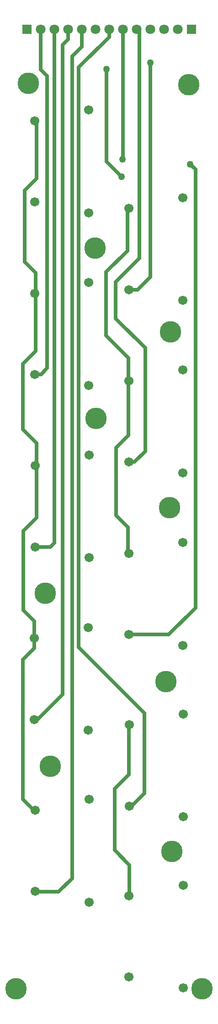
<source format=gtl>
%FSLAX23Y23*%
%MOIN*%
G70*
G01*
G75*
G04 Layer_Physical_Order=1*
G04 Layer_Color=255*
%ADD10C,0.028*%
%ADD11C,0.157*%
%ADD12C,0.067*%
%ADD13R,0.071X0.071*%
%ADD14C,0.071*%
%ADD15C,0.050*%
D10*
X7431Y7366D02*
X7501Y7436D01*
X7431Y1380D02*
Y7366D01*
X7071Y2972D02*
X7156Y3057D01*
X7071Y1955D02*
Y2972D01*
Y1955D02*
X7154Y1871D01*
X8331Y3350D02*
Y6542D01*
X8136Y3156D02*
X8331Y3350D01*
X7844Y3156D02*
X8136D01*
X8293Y6580D02*
X8331Y6542D01*
X7362Y2720D02*
Y7450D01*
X7179Y2537D02*
X7362Y2720D01*
X7156Y2537D02*
X7179D01*
X7156Y3057D02*
Y3128D01*
X7076Y3331D02*
X7156Y3251D01*
Y3128D02*
Y3251D01*
X7752Y4515D02*
X7843Y4606D01*
X7752Y4021D02*
Y4515D01*
Y4021D02*
X7838Y3935D01*
X7273Y3793D02*
X7301Y3821D01*
X7163Y3793D02*
X7273D01*
X7964Y4488D02*
Y5242D01*
X7887Y4411D02*
X7964Y4488D01*
X7844Y4411D02*
X7887D01*
X7480Y7286D02*
X7701Y7507D01*
X7480Y3061D02*
Y7286D01*
Y3061D02*
X7960Y2581D01*
X7362Y7450D02*
X7401Y7489D01*
X7250Y5094D02*
Y7221D01*
X7205Y5049D02*
X7250Y5094D01*
X7159Y5049D02*
X7205D01*
X8001Y5760D02*
Y7318D01*
X7908Y5667D02*
X8001Y5760D01*
X7844Y5667D02*
X7908D01*
X7921Y5894D02*
Y7542D01*
X7750Y5722D02*
X7921Y5894D01*
X7750Y5456D02*
Y5722D01*
X7836Y5950D02*
Y6249D01*
X7680Y5794D02*
X7836Y5950D01*
X7680Y5331D02*
Y5794D01*
X7901Y7562D02*
X7921Y7542D01*
X7836Y6249D02*
X7844Y6258D01*
X7087Y6390D02*
X7171Y6474D01*
X7087Y5868D02*
Y6390D01*
Y5868D02*
X7165Y5789D01*
X7159Y6896D02*
X7171Y6884D01*
Y6474D02*
Y6884D01*
X7682Y6600D02*
Y7271D01*
Y6600D02*
X7793Y6488D01*
X7071Y5126D02*
X7165Y5220D01*
X7071Y4649D02*
Y5126D01*
Y4649D02*
X7171Y4549D01*
X7680Y5331D02*
X7843Y5168D01*
X7799Y6616D02*
X7801Y6618D01*
Y7562D01*
X7201Y7270D02*
X7250Y7221D01*
X7850Y1249D02*
Y1476D01*
X7843Y4606D02*
Y5168D01*
X7838Y3752D02*
Y3935D01*
X7165Y5220D02*
Y5789D01*
X7171Y4004D02*
Y4549D01*
X7701Y7507D02*
Y7562D01*
X7301Y3821D02*
Y7562D01*
X7201Y7270D02*
Y7562D01*
X7076Y3909D02*
X7171Y4004D01*
X7076Y3331D02*
Y3909D01*
X7154Y1871D02*
X7163D01*
Y1281D02*
X7332D01*
X7431Y1380D01*
X7846Y2137D02*
Y2476D01*
Y1886D02*
X7960Y1999D01*
Y2581D01*
X7750Y5456D02*
X7964Y5242D01*
X7741Y1585D02*
X7850Y1476D01*
X7741Y1585D02*
Y2031D01*
X7846Y2137D01*
X7501Y7436D02*
Y7562D01*
X7401Y7489D02*
Y7562D01*
D11*
X7022Y575D02*
D03*
X8380D02*
D03*
X7272Y2197D02*
D03*
X8158Y1575D02*
D03*
X8114Y2811D02*
D03*
X7236Y3457D02*
D03*
X8142Y4079D02*
D03*
X7606Y4728D02*
D03*
X8150Y5358D02*
D03*
X7598Y5969D02*
D03*
X8282Y7158D02*
D03*
X7112Y7169D02*
D03*
D12*
X7553Y6974D02*
D03*
Y6226D02*
D03*
X7159Y6896D02*
D03*
Y6305D02*
D03*
X7557Y1955D02*
D03*
Y1207D02*
D03*
X7163Y1876D02*
D03*
Y1285D02*
D03*
X8238Y6337D02*
D03*
Y5589D02*
D03*
X7844Y6258D02*
D03*
Y5667D02*
D03*
X8238Y5081D02*
D03*
Y4333D02*
D03*
X7844Y5002D02*
D03*
Y4411D02*
D03*
X7557Y4463D02*
D03*
Y3715D02*
D03*
X7163Y4384D02*
D03*
Y3793D02*
D03*
X8238Y3825D02*
D03*
Y3077D02*
D03*
X7844Y3746D02*
D03*
Y3156D02*
D03*
X8241Y1330D02*
D03*
Y582D02*
D03*
X7847Y1251D02*
D03*
Y661D02*
D03*
X7549Y3207D02*
D03*
Y2459D02*
D03*
X7156Y3128D02*
D03*
Y2537D02*
D03*
X7553Y5719D02*
D03*
Y4970D02*
D03*
X7159Y5640D02*
D03*
Y5049D02*
D03*
X8242Y2577D02*
D03*
Y1829D02*
D03*
X7848Y2498D02*
D03*
Y1907D02*
D03*
D13*
X8301Y7562D02*
D03*
X7101D02*
D03*
D14*
X8201D02*
D03*
X8101D02*
D03*
X8001D02*
D03*
X7901D02*
D03*
X7801D02*
D03*
X7701D02*
D03*
X7601D02*
D03*
X7501D02*
D03*
X7401D02*
D03*
X7301D02*
D03*
X7201D02*
D03*
D15*
X7682Y7271D02*
D03*
X7793Y6488D02*
D03*
X8293Y6580D02*
D03*
X7799Y6616D02*
D03*
X8001Y7318D02*
D03*
M02*

</source>
